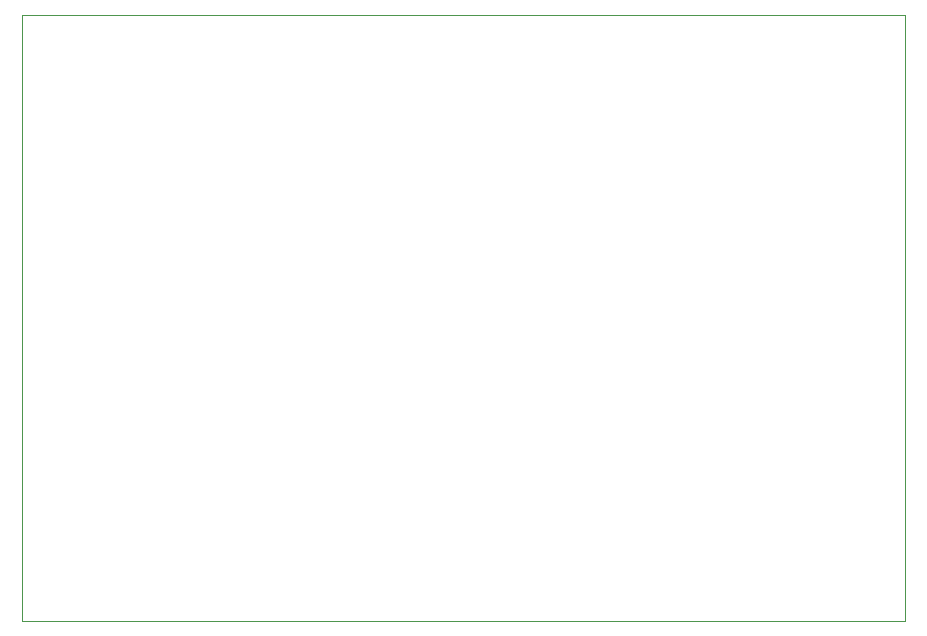
<source format=gm1>
%TF.GenerationSoftware,KiCad,Pcbnew,9.0.3-9.0.3-0~ubuntu22.04.1*%
%TF.CreationDate,2025-07-10T12:20:13+05:30*%
%TF.ProjectId,ProgramCounter,50726f67-7261-46d4-936f-756e7465722e,rev?*%
%TF.SameCoordinates,Original*%
%TF.FileFunction,Profile,NP*%
%FSLAX46Y46*%
G04 Gerber Fmt 4.6, Leading zero omitted, Abs format (unit mm)*
G04 Created by KiCad (PCBNEW 9.0.3-9.0.3-0~ubuntu22.04.1) date 2025-07-10 12:20:13*
%MOMM*%
%LPD*%
G01*
G04 APERTURE LIST*
%TA.AperFunction,Profile*%
%ADD10C,0.050000*%
%TD*%
G04 APERTURE END LIST*
D10*
X30250000Y-33500000D02*
X105000000Y-33500000D01*
X105000000Y-84750000D01*
X30250000Y-84750000D01*
X30250000Y-33500000D01*
M02*

</source>
